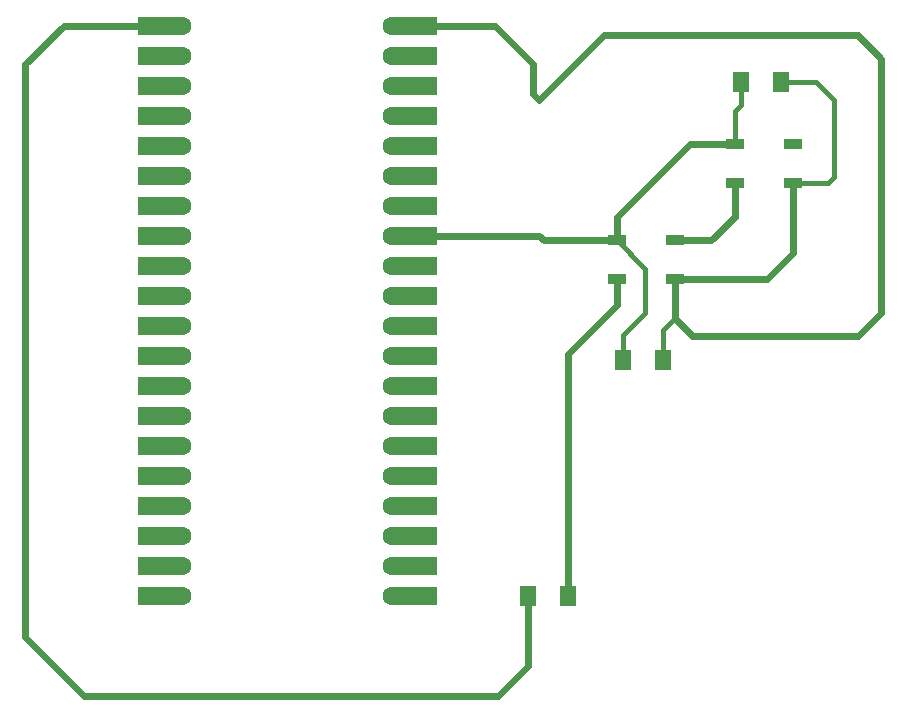
<source format=gbr>
%TF.GenerationSoftware,KiCad,Pcbnew,8.0.5*%
%TF.CreationDate,2025-03-15T14:18:17+00:00*%
%TF.ProjectId,RPP_2LEDs_DifferentSetup,5250505f-324c-4454-9473-5f4469666665,rev?*%
%TF.SameCoordinates,Original*%
%TF.FileFunction,Copper,L1,Top*%
%TF.FilePolarity,Positive*%
%FSLAX46Y46*%
G04 Gerber Fmt 4.6, Leading zero omitted, Abs format (unit mm)*
G04 Created by KiCad (PCBNEW 8.0.5) date 2025-03-15 14:18:17*
%MOMM*%
%LPD*%
G01*
G04 APERTURE LIST*
%TA.AperFunction,SMDPad,CuDef*%
%ADD10R,1.500000X0.900000*%
%TD*%
%TA.AperFunction,SMDPad,CuDef*%
%ADD11R,3.810000X1.600000*%
%TD*%
%TA.AperFunction,ComponentPad*%
%ADD12C,1.600000*%
%TD*%
%TA.AperFunction,SMDPad,CuDef*%
%ADD13R,1.400000X1.700000*%
%TD*%
%TA.AperFunction,Conductor*%
%ADD14C,0.400000*%
%TD*%
%TA.AperFunction,Conductor*%
%ADD15C,0.600000*%
%TD*%
G04 APERTURE END LIST*
D10*
%TO.P,U1,1,VDD*%
%TO.N,Net-(M1-VBUS)*%
X150500000Y-88200000D03*
%TO.P,U1,2,DOUT*%
%TO.N,Net-(U1-DOUT)*%
X150500000Y-84900000D03*
%TO.P,U1,3,VSS*%
%TO.N,Net-(U1-VSS)*%
X145600000Y-84900000D03*
%TO.P,U1,4,DIN*%
%TO.N,Net-(U1-DIN)*%
X145600000Y-88200000D03*
%TD*%
%TO.P,U2,1,VDD*%
%TO.N,Net-(M1-VBUS)*%
X160500000Y-80000000D03*
%TO.P,U2,2,DOUT*%
%TO.N,unconnected-(U2-DOUT-Pad2)*%
X160500000Y-76700000D03*
%TO.P,U2,3,VSS*%
%TO.N,Net-(U1-VSS)*%
X155600000Y-76700000D03*
%TO.P,U2,4,DIN*%
%TO.N,Net-(U1-DOUT)*%
X155600000Y-80000000D03*
%TD*%
D11*
%TO.P,M1,1,GP0*%
%TO.N,Net-(M1-GP0)*%
X106910000Y-66740000D03*
D12*
X108815000Y-66740000D03*
D11*
%TO.P,M1,2,GP1*%
%TO.N,unconnected-(M1-GP1-Pad2)*%
X106910000Y-69280000D03*
D12*
%TO.N,unconnected-(M1-GP1-Pad2)_1*%
X108815000Y-69280000D03*
D11*
%TO.P,M1,3,GND*%
%TO.N,Net-(U1-VSS)*%
X106910000Y-71820000D03*
D12*
X108815000Y-71820000D03*
D11*
%TO.P,M1,4,GP2*%
%TO.N,unconnected-(M1-GP2-Pad4)*%
X106910000Y-74360000D03*
D12*
%TO.N,unconnected-(M1-GP2-Pad4)_1*%
X108815000Y-74360000D03*
D11*
%TO.P,M1,5,GP3*%
%TO.N,unconnected-(M1-GP3-Pad5)_1*%
X106910000Y-76900000D03*
D12*
%TO.N,unconnected-(M1-GP3-Pad5)*%
X108815000Y-76900000D03*
D11*
%TO.P,M1,6,GP4*%
%TO.N,unconnected-(M1-GP4-Pad6)*%
X106910000Y-79440000D03*
D12*
%TO.N,unconnected-(M1-GP4-Pad6)_1*%
X108815000Y-79440000D03*
D11*
%TO.P,M1,7,GP5*%
%TO.N,unconnected-(M1-GP5-Pad7)_1*%
X106910000Y-81980000D03*
D12*
%TO.N,unconnected-(M1-GP5-Pad7)*%
X108815000Y-81980000D03*
D11*
%TO.P,M1,8,GND*%
%TO.N,Net-(U1-VSS)*%
X106910000Y-84520000D03*
D12*
X108815000Y-84520000D03*
D11*
%TO.P,M1,9,GP6*%
%TO.N,unconnected-(M1-GP6-Pad9)*%
X106910000Y-87050444D03*
D12*
%TO.N,unconnected-(M1-GP6-Pad9)_1*%
X108815000Y-87060000D03*
D11*
%TO.P,M1,10,GP7*%
%TO.N,unconnected-(M1-GP7-Pad10)*%
X106910000Y-89600000D03*
D12*
%TO.N,unconnected-(M1-GP7-Pad10)_1*%
X108815000Y-89600000D03*
D11*
%TO.P,M1,11,GP8*%
%TO.N,unconnected-(M1-GP8-Pad11)*%
X106910000Y-92140000D03*
D12*
%TO.N,unconnected-(M1-GP8-Pad11)_1*%
X108815000Y-92140000D03*
D11*
%TO.P,M1,12,GP9*%
%TO.N,unconnected-(M1-GP9-Pad12)*%
X106910000Y-94680000D03*
D12*
%TO.N,unconnected-(M1-GP9-Pad12)_1*%
X108815000Y-94680000D03*
D11*
%TO.P,M1,13,GND*%
%TO.N,Net-(U1-VSS)*%
X106910000Y-97220000D03*
D12*
X108815000Y-97220000D03*
D11*
%TO.P,M1,14,GP10*%
%TO.N,unconnected-(M1-GP10-Pad14)*%
X106910000Y-99760000D03*
D12*
%TO.N,unconnected-(M1-GP10-Pad14)_1*%
X108815000Y-99760000D03*
D11*
%TO.P,M1,15,GP11*%
%TO.N,unconnected-(M1-GP11-Pad15)_1*%
X106910000Y-102300000D03*
D12*
%TO.N,unconnected-(M1-GP11-Pad15)*%
X108815000Y-102300000D03*
D11*
%TO.P,M1,16,GP12*%
%TO.N,unconnected-(M1-GP12-Pad16)_1*%
X106910000Y-104840000D03*
D12*
%TO.N,unconnected-(M1-GP12-Pad16)*%
X108815000Y-104840000D03*
D11*
%TO.P,M1,17,GP13*%
%TO.N,unconnected-(M1-GP13-Pad17)_1*%
X106910000Y-107380000D03*
D12*
%TO.N,unconnected-(M1-GP13-Pad17)*%
X108815000Y-107380000D03*
D11*
%TO.P,M1,18,GND*%
%TO.N,Net-(U1-VSS)*%
X106910000Y-109920000D03*
D12*
X108815000Y-109920000D03*
D11*
%TO.P,M1,19,GP14*%
%TO.N,unconnected-(M1-GP14-Pad19)_1*%
X106910000Y-112460000D03*
D12*
%TO.N,unconnected-(M1-GP14-Pad19)*%
X108815000Y-112460000D03*
D11*
%TO.P,M1,20,GP15*%
%TO.N,unconnected-(M1-GP15-Pad20)_1*%
X106910000Y-115000000D03*
D12*
%TO.N,unconnected-(M1-GP15-Pad20)*%
X108815000Y-115000000D03*
%TO.P,M1,21,GP16*%
%TO.N,unconnected-(M1-GP16-Pad21)*%
X126595000Y-115000000D03*
D11*
%TO.N,unconnected-(M1-GP16-Pad21)_1*%
X128500000Y-115000000D03*
D12*
%TO.P,M1,22,GP17*%
%TO.N,unconnected-(M1-GP17-Pad22)*%
X126595000Y-112460000D03*
D11*
%TO.N,unconnected-(M1-GP17-Pad22)_1*%
X128500000Y-112460000D03*
D12*
%TO.P,M1,23,GND*%
%TO.N,Net-(U1-VSS)*%
X126595000Y-109920000D03*
D11*
X128500000Y-109920000D03*
D12*
%TO.P,M1,24,GP18*%
%TO.N,unconnected-(M1-GP18-Pad24)_1*%
X126595000Y-107380000D03*
D11*
%TO.N,unconnected-(M1-GP18-Pad24)*%
X128500000Y-107380000D03*
D12*
%TO.P,M1,25,GP19*%
%TO.N,unconnected-(M1-GP19-Pad25)_1*%
X126595000Y-104840000D03*
D11*
%TO.N,unconnected-(M1-GP19-Pad25)*%
X128500000Y-104840000D03*
D12*
%TO.P,M1,26,GP20*%
%TO.N,unconnected-(M1-GP20-Pad26)_1*%
X126595000Y-102300000D03*
D11*
%TO.N,unconnected-(M1-GP20-Pad26)*%
X128500000Y-102300000D03*
D12*
%TO.P,M1,27,GP21*%
%TO.N,unconnected-(M1-GP21-Pad27)*%
X126595000Y-99760000D03*
D11*
%TO.N,unconnected-(M1-GP21-Pad27)_1*%
X128500000Y-99760000D03*
D12*
%TO.P,M1,28,GND*%
%TO.N,Net-(U1-VSS)*%
X126595000Y-97220000D03*
D11*
X128500000Y-97220000D03*
D12*
%TO.P,M1,29,GP22*%
%TO.N,unconnected-(M1-GP22-Pad29)*%
X126595000Y-94680000D03*
D11*
%TO.N,unconnected-(M1-GP22-Pad29)_1*%
X128500000Y-94680000D03*
D12*
%TO.P,M1,30,RUN*%
%TO.N,unconnected-(M1-RUN-Pad30)*%
X126595000Y-92140000D03*
D11*
%TO.N,unconnected-(M1-RUN-Pad30)_1*%
X128500000Y-92140000D03*
D12*
%TO.P,M1,31,GP26*%
%TO.N,unconnected-(M1-GP26-Pad31)_1*%
X126595000Y-89600000D03*
D11*
%TO.N,unconnected-(M1-GP26-Pad31)*%
X128491443Y-89572136D03*
D12*
%TO.P,M1,32,GP27*%
%TO.N,unconnected-(M1-GP27-Pad32)_1*%
X126595000Y-87060000D03*
D11*
%TO.N,unconnected-(M1-GP27-Pad32)*%
X128500000Y-87060000D03*
D12*
%TO.P,M1,33,GND*%
%TO.N,Net-(U1-VSS)*%
X126595000Y-84520000D03*
D11*
X128500000Y-84520000D03*
D12*
%TO.P,M1,34,GP28*%
%TO.N,unconnected-(M1-GP28-Pad34)*%
X126595000Y-81980000D03*
D11*
%TO.N,unconnected-(M1-GP28-Pad34)_1*%
X128500000Y-81980000D03*
D12*
%TO.P,M1,35,ADC_VREF*%
%TO.N,unconnected-(M1-ADC_VREF-Pad35)*%
X126595000Y-79440000D03*
D11*
%TO.N,unconnected-(M1-ADC_VREF-Pad35)_1*%
X128500000Y-79440000D03*
D12*
%TO.P,M1,36,3V3_OUT*%
%TO.N,unconnected-(M1-3V3_OUT-Pad36)_1*%
X126595000Y-76900000D03*
D11*
%TO.N,unconnected-(M1-3V3_OUT-Pad36)*%
X128500000Y-76900000D03*
D12*
%TO.P,M1,37,3V3_EN*%
%TO.N,unconnected-(M1-3V3_EN-Pad37)*%
X126595000Y-74360000D03*
D11*
%TO.N,unconnected-(M1-3V3_EN-Pad37)_1*%
X128500000Y-74360000D03*
D12*
%TO.P,M1,38,GND*%
%TO.N,Net-(U1-VSS)*%
X126595000Y-71820000D03*
D11*
X128500000Y-71820000D03*
D12*
%TO.P,M1,39,VSYS*%
%TO.N,unconnected-(M1-VSYS-Pad39)*%
X126595000Y-69280000D03*
D11*
%TO.N,unconnected-(M1-VSYS-Pad39)_1*%
X128500000Y-69280000D03*
D12*
%TO.P,M1,40,VBUS*%
%TO.N,Net-(M1-VBUS)*%
X126595000Y-66740000D03*
D11*
X128500000Y-66740000D03*
%TD*%
D13*
%TO.P,C1,1*%
%TO.N,Net-(M1-VBUS)*%
X149500000Y-95000000D03*
%TO.P,C1,2*%
%TO.N,Net-(U1-VSS)*%
X146100000Y-95000000D03*
%TD*%
%TO.P,C2,1*%
%TO.N,Net-(M1-VBUS)*%
X159500000Y-71500000D03*
%TO.P,C2,2*%
%TO.N,Net-(U1-VSS)*%
X156100000Y-71500000D03*
%TD*%
%TO.P,R1,1*%
%TO.N,Net-(U1-DIN)*%
X141500000Y-115000000D03*
%TO.P,R1,2*%
%TO.N,Net-(M1-GP0)*%
X138100000Y-115000000D03*
%TD*%
D14*
%TO.N,Net-(M1-VBUS)*%
X149500000Y-92500000D02*
X150500000Y-91500000D01*
X149500000Y-95000000D02*
X149500000Y-92500000D01*
%TO.N,Net-(U1-VSS)*%
X148000000Y-87300000D02*
X145600000Y-84900000D01*
X148000000Y-91000000D02*
X148000000Y-87300000D01*
X146100000Y-92900000D02*
X148000000Y-91000000D01*
X146100000Y-95000000D02*
X146100000Y-92900000D01*
D15*
X138980000Y-84520000D02*
X128500000Y-84520000D01*
X139000000Y-84500000D02*
X138980000Y-84520000D01*
X139400000Y-84900000D02*
X139000000Y-84500000D01*
X145600000Y-84900000D02*
X139400000Y-84900000D01*
D14*
X156100000Y-71500000D02*
X156100000Y-73400000D01*
X155600000Y-73900000D02*
X155600000Y-76700000D01*
X156100000Y-73400000D02*
X155600000Y-73900000D01*
X126975000Y-84900000D02*
X126595000Y-84520000D01*
D15*
%TO.N,Net-(M1-VBUS)*%
X160500000Y-86000000D02*
X158300000Y-88200000D01*
X139000000Y-73000000D02*
X138500000Y-72500000D01*
X160500000Y-80000000D02*
X160500000Y-86000000D01*
D14*
X159500000Y-71500000D02*
X162500000Y-71500000D01*
D15*
X135240000Y-66740000D02*
X126595000Y-66740000D01*
X144500000Y-67500000D02*
X139000000Y-73000000D01*
X138500000Y-70000000D02*
X135240000Y-66740000D01*
D14*
X164000000Y-79500000D02*
X163500000Y-80000000D01*
D15*
X166000000Y-67500000D02*
X144500000Y-67500000D01*
D14*
X163500000Y-80000000D02*
X160500000Y-80000000D01*
D15*
X150500000Y-91500000D02*
X152000000Y-93000000D01*
X168000000Y-91000000D02*
X168000000Y-69500000D01*
X168000000Y-69500000D02*
X166000000Y-67500000D01*
D14*
X162500000Y-71500000D02*
X164000000Y-73000000D01*
D15*
X150500000Y-88200000D02*
X150500000Y-91500000D01*
X166000000Y-93000000D02*
X168000000Y-91000000D01*
D14*
X164000000Y-73000000D02*
X164000000Y-79500000D01*
D15*
X138500000Y-72500000D02*
X138500000Y-70000000D01*
X152000000Y-93000000D02*
X166000000Y-93000000D01*
X158300000Y-88200000D02*
X150500000Y-88200000D01*
%TO.N,Net-(M1-GP0)*%
X108815000Y-66740000D02*
X98760000Y-66740000D01*
X138100000Y-120900000D02*
X138100000Y-115000000D01*
X95500000Y-70000000D02*
X95500000Y-118500000D01*
X135500000Y-123500000D02*
X138100000Y-120900000D01*
X95500000Y-118500000D02*
X100500000Y-123500000D01*
X98760000Y-66740000D02*
X95500000Y-70000000D01*
X100500000Y-123500000D02*
X135500000Y-123500000D01*
%TO.N,Net-(U1-DIN)*%
X141500000Y-94500000D02*
X141500000Y-115000000D01*
X145600000Y-88200000D02*
X145600000Y-90400000D01*
X145600000Y-90400000D02*
X141500000Y-94500000D01*
%TO.N,Net-(U1-DOUT)*%
X153600000Y-84900000D02*
X155600000Y-82900000D01*
X150500000Y-84900000D02*
X153600000Y-84900000D01*
X155600000Y-82900000D02*
X155600000Y-80000000D01*
%TO.N,Net-(U1-VSS)*%
X145600000Y-84900000D02*
X145600000Y-82900000D01*
X151800000Y-76700000D02*
X155600000Y-76700000D01*
X145600000Y-82900000D02*
X151800000Y-76700000D01*
%TD*%
M02*

</source>
